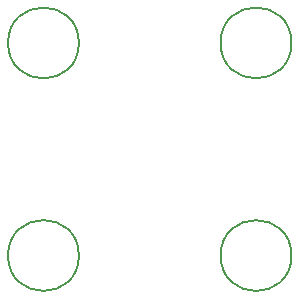
<source format=gbr>
%TF.GenerationSoftware,KiCad,Pcbnew,7.0.6*%
%TF.CreationDate,2023-11-15T13:56:34-06:00*%
%TF.ProjectId,TorqueSensorAmpifierPCB,546f7271-7565-4536-956e-736f72416d70,rev?*%
%TF.SameCoordinates,Original*%
%TF.FileFunction,Other,Comment*%
%FSLAX46Y46*%
G04 Gerber Fmt 4.6, Leading zero omitted, Abs format (unit mm)*
G04 Created by KiCad (PCBNEW 7.0.6) date 2023-11-15 13:56:34*
%MOMM*%
%LPD*%
G01*
G04 APERTURE LIST*
%ADD10C,0.150000*%
G04 APERTURE END LIST*
D10*
%TO.C,H3*%
X82000000Y-91500000D02*
G75*
G03*
X82000000Y-91500000I-3000000J0D01*
G01*
%TO.C,H2*%
X64000000Y-109500000D02*
G75*
G03*
X64000000Y-109500000I-3000000J0D01*
G01*
%TO.C,H1*%
X64000000Y-91500000D02*
G75*
G03*
X64000000Y-91500000I-3000000J0D01*
G01*
%TO.C,H4*%
X82000000Y-109500000D02*
G75*
G03*
X82000000Y-109500000I-3000000J0D01*
G01*
%TD*%
M02*

</source>
